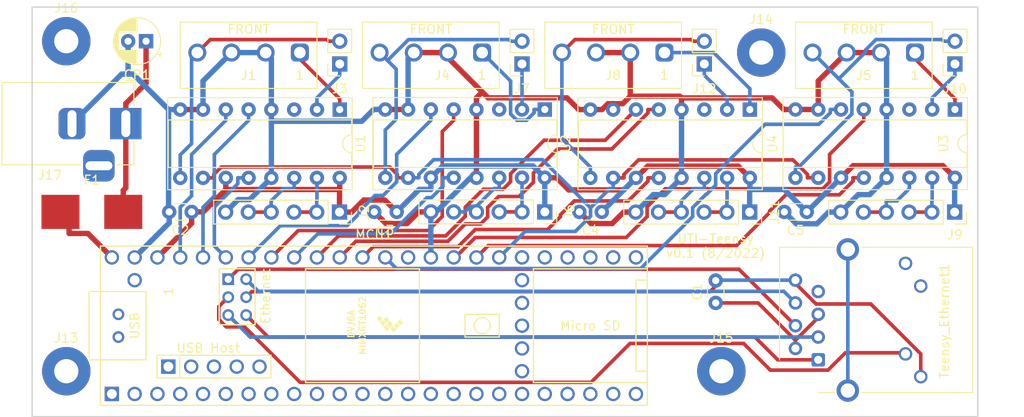
<source format=kicad_pcb>
(kicad_pcb (version 20211014) (generator pcbnew)

  (general
    (thickness 1.6)
  )

  (paper "A4")
  (title_block
    (date "mar. 31 mars 2015")
  )

  (layers
    (0 "F.Cu" signal)
    (31 "B.Cu" signal)
    (32 "B.Adhes" user "B.Adhesive")
    (33 "F.Adhes" user "F.Adhesive")
    (34 "B.Paste" user)
    (35 "F.Paste" user)
    (36 "B.SilkS" user "B.Silkscreen")
    (37 "F.SilkS" user "F.Silkscreen")
    (38 "B.Mask" user)
    (39 "F.Mask" user)
    (40 "Dwgs.User" user "User.Drawings")
    (41 "Cmts.User" user "User.Comments")
    (42 "Eco1.User" user "User.Eco1")
    (43 "Eco2.User" user "User.Eco2")
    (44 "Edge.Cuts" user)
    (45 "Margin" user)
    (46 "B.CrtYd" user "B.Courtyard")
    (47 "F.CrtYd" user "F.Courtyard")
    (48 "B.Fab" user)
    (49 "F.Fab" user)
  )

  (setup
    (stackup
      (layer "F.SilkS" (type "Top Silk Screen"))
      (layer "F.Paste" (type "Top Solder Paste"))
      (layer "F.Mask" (type "Top Solder Mask") (color "Green") (thickness 0.01))
      (layer "F.Cu" (type "copper") (thickness 0.035))
      (layer "dielectric 1" (type "core") (thickness 1.51) (material "FR4") (epsilon_r 4.5) (loss_tangent 0.02))
      (layer "B.Cu" (type "copper") (thickness 0.035))
      (layer "B.Mask" (type "Bottom Solder Mask") (color "Green") (thickness 0.01))
      (layer "B.Paste" (type "Bottom Solder Paste"))
      (layer "B.SilkS" (type "Bottom Silk Screen"))
      (copper_finish "None")
      (dielectric_constraints no)
    )
    (pad_to_mask_clearance 0)
    (aux_axis_origin 103.378 121.666)
    (pcbplotparams
      (layerselection 0x00010f0_ffffffff)
      (disableapertmacros false)
      (usegerberextensions true)
      (usegerberattributes true)
      (usegerberadvancedattributes true)
      (creategerberjobfile true)
      (svguseinch false)
      (svgprecision 6)
      (excludeedgelayer true)
      (plotframeref false)
      (viasonmask false)
      (mode 1)
      (useauxorigin false)
      (hpglpennumber 1)
      (hpglpenspeed 20)
      (hpglpendiameter 15.000000)
      (dxfpolygonmode true)
      (dxfimperialunits true)
      (dxfusepcbnewfont true)
      (psnegative false)
      (psa4output false)
      (plotreference true)
      (plotvalue true)
      (plotinvisibletext false)
      (sketchpadsonfab false)
      (subtractmaskfromsilk false)
      (outputformat 1)
      (mirror false)
      (drillshape 0)
      (scaleselection 1)
      (outputdirectory "GRB/")
    )
  )

  (net 0 "")
  (net 1 "GND")
  (net 2 "Net-(C1-Pad2)")
  (net 3 "unconnected-(Teensy_Ethernet1-Pad7)")
  (net 4 "unconnected-(Teensy_Ethernet1-Pad12)")
  (net 5 "unconnected-(Teensy_Ethernet1-Pad11)")
  (net 6 "unconnected-(MCU1-Pad9)")
  (net 7 "unconnected-(MCU1-Pad8)")
  (net 8 "unconnected-(MCU1-Pad7)")
  (net 9 "unconnected-(MCU1-Pad67)")
  (net 10 "unconnected-(MCU1-Pad66)")
  (net 11 "unconnected-(MCU1-Pad6)")
  (net 12 "unconnected-(MCU1-Pad59)")
  (net 13 "unconnected-(MCU1-Pad58)")
  (net 14 "unconnected-(MCU1-Pad57)")
  (net 15 "unconnected-(MCU1-Pad56)")
  (net 16 "unconnected-(MCU1-Pad55)")
  (net 17 "unconnected-(MCU1-Pad54)")
  (net 18 "unconnected-(MCU1-Pad53)")
  (net 19 "unconnected-(MCU1-Pad52)")
  (net 20 "unconnected-(MCU1-Pad51)")
  (net 21 "unconnected-(MCU1-Pad50)")
  (net 22 "unconnected-(MCU1-Pad5)")
  (net 23 "unconnected-(MCU1-Pad49)")
  (net 24 "Net-(J4-Pad1)")
  (net 25 "Net-(J4-Pad4)")
  (net 26 "unconnected-(MCU1-Pad4)")
  (net 27 "Net-(J5-Pad1)")
  (net 28 "Net-(J10-Pad2)")
  (net 29 "Net-(J6-Pad2)")
  (net 30 "Net-(J6-Pad4)")
  (net 31 "unconnected-(MCU1-Pad35)")
  (net 32 "Net-(MCU1-Pad31)")
  (net 33 "Net-(J7-Pad1)")
  (net 34 "Net-(J8-Pad1)")
  (net 35 "Net-(MCU1-Pad32)")
  (net 36 "unconnected-(MCU1-Pad30)")
  (net 37 "unconnected-(MCU1-Pad3)")
  (net 38 "unconnected-(MCU1-Pad29)")
  (net 39 "unconnected-(MCU1-Pad28)")
  (net 40 "unconnected-(MCU1-Pad27)")
  (net 41 "unconnected-(MCU1-Pad26)")
  (net 42 "unconnected-(MCU1-Pad25)")
  (net 43 "unconnected-(MCU1-Pad24)")
  (net 44 "unconnected-(MCU1-Pad23)")
  (net 45 "unconnected-(MCU1-Pad22)")
  (net 46 "unconnected-(MCU1-Pad21)")
  (net 47 "unconnected-(MCU1-Pad20)")
  (net 48 "unconnected-(MCU1-Pad2)")
  (net 49 "unconnected-(MCU1-Pad19)")
  (net 50 "unconnected-(MCU1-Pad18)")
  (net 51 "unconnected-(MCU1-Pad17)")
  (net 52 "Net-(J12-Pad2)")
  (net 53 "Net-(J9-Pad2)")
  (net 54 "Net-(J9-Pad4)")
  (net 55 "Net-(J10-Pad1)")
  (net 56 "unconnected-(MCU1-Pad16)")
  (net 57 "Net-(J11-Pad2)")
  (net 58 "unconnected-(MCU1-Pad14)")
  (net 59 "unconnected-(MCU1-Pad13)")
  (net 60 "unconnected-(MCU1-Pad12)")
  (net 61 "unconnected-(MCU1-Pad11)")
  (net 62 "unconnected-(MCU1-Pad10)")
  (net 63 "unconnected-(MCU1-Pad1)")
  (net 64 "Net-(MCU1-Pad65)")
  (net 65 "Net-(MCU1-Pad63)")
  (net 66 "Net-(MCU1-Pad62)")
  (net 67 "Net-(MCU1-Pad61)")
  (net 68 "Net-(MCU1-Pad60)")
  (net 69 "Net-(J11-Pad4)")
  (net 70 "Net-(C1-Pad1)")
  (net 71 "Net-(J12-Pad1)")
  (net 72 "Net-(MCU1-Pad33)")
  (net 73 "Net-(MCU1-Pad36)")
  (net 74 "unconnected-(U1-Pad3)")
  (net 75 "Net-(MCU1-Pad37)")
  (net 76 "Net-(MCU1-Pad38)")
  (net 77 "Net-(MCU1-Pad39)")
  (net 78 "Net-(MCU1-Pad40)")
  (net 79 "Net-(MCU1-Pad41)")
  (net 80 "Net-(MCU1-Pad42)")
  (net 81 "unconnected-(U2-Pad3)")
  (net 82 "unconnected-(U3-Pad3)")
  (net 83 "unconnected-(U4-Pad3)")
  (net 84 "+3.3V")
  (net 85 "unconnected-(MCU1-Pad15)")
  (net 86 "Net-(J1-Pad1)")
  (net 87 "Net-(J1-Pad4)")
  (net 88 "Net-(J2-Pad2)")
  (net 89 "Net-(J2-Pad4)")
  (net 90 "Net-(J3-Pad1)")
  (net 91 "Net-(MCU1-Pad45)")
  (net 92 "Net-(MCU1-Pad44)")
  (net 93 "Net-(MCU1-Pad43)")
  (net 94 "unconnected-(J13-Pad1)")
  (net 95 "unconnected-(J14-Pad1)")
  (net 96 "unconnected-(J15-Pad1)")
  (net 97 "unconnected-(J16-Pad1)")
  (net 98 "unconnected-(Teensy_Ethernet1-Pad13)")
  (net 99 "+5V")
  (net 100 "+Power1")

  (footprint "CapLevelSensorAD:Amphenol Anytech YO 3.81mm 4p" (layer "F.Cu") (at 170.18 77.47 180))

  (footprint "Connector_PinSocket_2.54mm:PinSocket_1x06_P2.54mm_Vertical" (layer "F.Cu") (at 162.56 95.25 -90))

  (footprint "Connector_PinSocket_2.54mm:PinSocket_1x02_P2.54mm_Vertical" (layer "F.Cu") (at 208.28 78.74 180))

  (footprint "CapLevelSensorAD:Amphenol Anytech YO 3.81mm 4p" (layer "F.Cu") (at 149.86 77.47 180))

  (footprint "Capacitor_THT:C_Disc_D3.0mm_W1.6mm_P2.50mm" (layer "F.Cu") (at 123.19 95.25 180))

  (footprint "Package_DIP:DIP-16_W7.62mm_Socket" (layer "F.Cu") (at 208.28 83.82 -90))

  (footprint "Capacitor_THT:C_Disc_D3.0mm_W1.6mm_P2.50mm" (layer "F.Cu") (at 181.61 105.41 90))

  (footprint "CapLevelSensorAD:Amphenol Anytech YO 3.81mm 4p" (layer "F.Cu") (at 198.12 77.47 180))

  (footprint "MountingHole:MountingHole_2.7mm_M2.5_Pad" (layer "F.Cu") (at 182.245 113.03))

  (footprint "MountingHole:MountingHole_2.7mm_M2.5_Pad" (layer "F.Cu") (at 109.22 76.2))

  (footprint "Package_DIP:DIP-16_W7.62mm_Socket" (layer "F.Cu") (at 162.56 83.82 -90))

  (footprint "Capacitor_THT:C_Disc_D3.0mm_W1.6mm_P2.50mm" (layer "F.Cu") (at 168.91 95.25 180))

  (footprint "MountingHole:MountingHole_2.7mm_M2.5_Pad" (layer "F.Cu") (at 109.22 113.03))

  (footprint "UTI-Teensy:Teensy41" (layer "F.Cu") (at 143.51 107.95))

  (footprint "Connector_PinSocket_2.54mm:PinSocket_1x06_P2.54mm_Vertical" (layer "F.Cu") (at 208.245 95.275 -90))

  (footprint "Connector_BarrelJack:BarrelJack_Horizontal" (layer "F.Cu") (at 115.855 85.4025))

  (footprint "Capacitor_THT:C_Disc_D3.0mm_W1.6mm_P2.50mm" (layer "F.Cu") (at 191.76 95.25 180))

  (footprint "CapLevelSensorAD:Amphenol Anytech YO 3.81mm 4p" (layer "F.Cu") (at 129.54 77.47 180))

  (footprint "Connector_PinSocket_2.54mm:PinSocket_1x02_P2.54mm_Vertical" (layer "F.Cu") (at 160.02 78.74 180))

  (footprint "Connector_PinSocket_2.54mm:PinSocket_1x06_P2.54mm_Vertical" (layer "F.Cu") (at 185.395 95.275 -90))

  (footprint "Connector_PinSocket_2.54mm:PinSocket_1x02_P2.54mm_Vertical" (layer "F.Cu") (at 139.7 78.74 180))

  (footprint "Connector_RJ:RJ45_Cetus_J1B1211CCD_Horizontal" (layer "F.Cu") (at 193.04 111.76 90))

  (footprint "Package_DIP:DIP-16_W7.62mm_Socket" (layer "F.Cu") (at 139.7 83.83 -90))

  (footprint "Package_DIP:DIP-16_W7.62mm_Socket" (layer "F.Cu") (at 185.42 83.83 -90))

  (footprint "Capacitor_THT:CP_Radial_D5.0mm_P2.00mm" (layer "F.Cu") (at 118.11 76.2 180))

  (footprint "UTI-Teensy:smd_fuse" (layer "F.Cu") (at 112.07 95.25))

  (footprint "Connector_PinSocket_2.54mm:PinSocket_1x06_P2.54mm_Vertical" (layer "F.Cu") (at 139.675 95.275 -90))

  (footprint "MountingHole:MountingHole_2.7mm_M2.5_Pad" (layer "F.Cu") (at 186.69 77.47))

  (footprint "Connector_PinSocket_2.54mm:PinSocket_1x02_P2.54mm_Vertical" (layer "F.Cu") (at 180.34 78.74 180))

  (footprint "Capacitor_THT:C_Disc_D3.0mm_W1.6mm_P2.50mm" (layer "F.Cu") (at 146.05 95.25 180))

  (gr_line (start 105.41 118.11) (end 210.82 118.11) (layer "Edge.Cuts") (width 0.15) (tstamp 00237591-d48e-4fa8-807c-5e52eb73f904))
  (gr_line (start 210.82 72.39) (end 105.41 72.39) (layer "Edge.Cuts") (width 0.15) (tstamp 5836a954-5a25-417a-8573-b48e8191553c))
  (gr_line (start 210.82 118.11) (end 210.82 72.39) (layer "Edge.Cuts") (width 0.15) (tstamp 81d4fa5e-af2d-4367-97a2-0d3b4310e6fc))
  (gr_line (start 105.41 72.39) (end 105.41 118.11) (layer "Edge.Cuts") (width 0.15) (tstamp c5d7a093-d4ee-491b-8c23-722081772d67))
  (gr_text "UTI-Teensy\nv0.1 (8/2022)" (at 181.61 99.06) (layer "F.SilkS") (tstamp 970515a9-287d-4a69-9bb9-3bd08ecfc974)
    (effects (font (size 1 1) (thickness 0.15)))
  )
  (gr_text "1" (at 120.5992 104.14 90) (layer "F.SilkS") (tstamp c1d25518-1d7f-46fc-b738-1bf19047df26)
    (effects (font (size 1 1) (thickness 0.15)))
  )

  (segment (start 151.765 77.47) (end 151.765 78.0442) (width 0.6) (layer "F.Cu") (net 1) (tstamp 02368ee1-9490-4906-a78d-d016a143d62d))
  (segment (start 121.92 83.83) (end 124.46 83.83) (width 0.6) (layer "F.Cu") (net 1) (tstamp 04c5e466-a88d-4c62-a8ee-65eb4ee8ae8b))
  (segment (start 168.94 83.83) (end 169.59 83.1798) (width 0.6) (layer "F.Cu") (net 1) (tstamp 0b7ee890-cf6a-4069-9542-ceb81d4c2342))
  (segment (start 144.78 83.82) (end 147.32 83.82) (width 0.6) (layer "F.Cu") (net 1) (tstamp 112a0883-9123-4274-a6c1-5e981bb17bd9))
  (segment (start 177.8 83.83) (end 177.8 82.5297) (width 0.6) (layer "F.Cu") (net 1) (tstamp 13bab96d-2592-4698-8288-85b24dfe8bdb))
  (segment (start 167.64 83.83) (end 168.94 83.83) (width 0.6) (layer "F.Cu") (net 1) (tstamp 1a1af873-b23c-486e-9fcd-7373c8a42e96))
  (segment (start 171.345 95.275) (end 170.064 96.5553) (width 0.6) (layer "F.Cu") (net 1) (tstamp 1b16263f-d488-4b5b-8d12-99fa11a5642c))
  (segment (start 187.909 82.5297) (end 189.2 83.82) (width 0.6) (layer "F.Cu") (net 1) (tstamp 2d23069b-354b-4384-bcf8-714bea8e07dd))
  (segment (start 172.085 82.3397) (end 171.245 83.1798) (width 0.6) (layer "F.Cu") (net 1) (tstamp 2dd34087-ae01-41d5-b5e5-a0991243a84d))
  (segment (start 190.5 83.82) (end 193.04 83.82) (width 0.6) (layer "F.Cu") (net 1) (tstamp 2f5f2540-ed94-4cba-a117-fe571e33bbcd))
  (segment (start 168.275 77.47) (end 172.085 77.47) (width 0.6) (layer "F.Cu") (net 1) (tstamp 3321f1e9-e02a-4d8f-b372-eb72476095e2))
  (segment (start 177.8 82.5297) (end 187.909 82.5297) (width 0.6) (layer "F.Cu") (net 1) (tstamp 394aae08-357b-4653-93bc-0204df1ef534))
  (segment (start 193.04 80.645) (end 196.215 77.47) (width 0.6) (layer "F.Cu") (net 1) (tstamp 3f59f870-ba81-4f1a-9fdb-33486e595e12))
  (segment (start 147.207 96.553) (end 144.853 96.553) (width 0.6) (layer "F.Cu") (net 1) (tstamp 3ff5833d-ffdb-4bab-b88d-c5739f22baad))
  (segment (start 154.94 83.82) (end 154.94 82.5197) (width 0.6) (layer "F.Cu") (net 1) (tstamp 40efd802-0aac-4b16-a99a-3a7b130e4cce))
  (segment (start 167.715 96.5553) (end 166.41 95.25) (width 0.6) (layer "F.Cu") (net 1) (tstamp 4878c1eb-a231-4a5d-bac0-7f329ecfd946))
  (segment (start 148.51 95.25) (end 147.207 96.553) (width 0.6) (layer "F.Cu") (net 1) (tstamp 4e3a12ca-0c47-4aa6-95d7-5a6cfee6ac77))
  (segment (start 170.18 83.83) (end 170.18 83.1798) (width 0.6) (layer "F.Cu") (net 1) (tstamp 4f5dd463-0ab4-4783-a275-7f3d3094e3ec))
  (segment (start 171.245 83.1798) (end 170.18 83.1798) (width 0.6) (layer "F.Cu") (net 1) (tstamp 5d9abc36-0903-426e-8336-22955eb2fd71))
  (segment (start 149.86 95.25) (end 148.51 95.25) (width 0.6) (layer "F.Cu") (net 1) (tstamp 65efa2cf-a10c-469b-820f-9f2b1fd3a587))
  (segment (start 196.215 77.47) (end 200.025 77.47) (width 0.6) (layer "F.Cu") (net 1) (tstamp 6aa363e8-566d-4303-8321-c957d73a8ba2))
  (segment (start 151.765 78.0442) (end 155.59 81.8694) (width 0.6) (layer "F.Cu") (net 1) (tstamp 741ef8cd-e33a-452a-a91e-99a0bfc721ff))
  (segment (start 172.695 95.275) (end 171.345 95.275) (width 0.6) (layer "F.Cu") (net 1) (tstamp 7815ea2b-25ee-4e4e-8086-36958643441a))
  (segment (start 166.34 83.83) (end 167.64 83.83) (width 0.6) (layer "F.Cu") (net 1) (tstamp 7c1d3e6a-857b-4763-8c74-c90ded7dd373))
  (segment (start 177.61 82.3397) (end 177.8 82.5297) (width 0.6) (layer "F.Cu") (net 1) (tstamp 84f8e867-b152-4147-b406-8c8a73c185bf))
  (segment (start 155.59 81.8694) (end 156.24 82.5196) (width 0.6) (layer "F.Cu") (net 1) (tstamp 86806996-0e61-4399-87b6-c2f7eee9ff91))
  (segment (start 144.853 96.553) (end 143.55 95.25) (width 0.6) (layer "F.Cu") (net 1) (tstamp 9a598a95-5d84-4888-9b9f-643b4984073d))
  (segment (start 147.955 77.47) (end 151.765 77.47) (width 0.6) (layer "F.Cu") (net 1) (tstamp a1c13b2a-8703-4446-9f8a-15fefb78d296))
  (segment (start 189.2 83.82) (end 190.5 83.82) (width 0.6) (layer "F.Cu") (net 1) (tstamp a5036ed5-30da-4106-a5ca-a0a84504b253))
  (segment (start 165.029 82.5196) (end 166.34 83.83) (width 0.6) (layer "F.Cu") (net 1) (tstamp af7336ff-24a0-41ee-aa23-420b911bcc3d))
  (segment (start 154.94 83.82) (end 154.94 91.44) (width 0.6) (layer "F.Cu") (net 1) (tstamp b11f8e28-36af-4cf1-8660-1dc3ee22b056))
  (segment (start 172.085 82.3397) (end 177.61 82.3397) (width 0.6) (layer "F.Cu") (net 1) (tstamp b566a6f1-baba-457d-acee-1068e2b9e80a))
  (segment (start 156.24 82.5196) (end 165.029 82.5196) (width 0.6) (layer "F.Cu") (net 1) (tstamp b678375f-5b2d-43a3-964d-cc7006d421fa))
  (segment (start 193.04 83.82) (end 193.04 80.645) (width 0.6) (layer "F.Cu") (net 1) (tstamp b6f5f6e9-948b-4609-9643-14d08d98480f))
  (segment (start 169.59 83.1798) (end 170.18 83.1798) (width 0.6) (layer "F.Cu") (net 1) (tstamp cdaaa4a0-2bfe-4cbe-98db-d0a2008c1815))
  (segment (start 154.94 82.5197) (end 155.59 81.8694) (width 0.6) (layer "F.Cu") (net 1) (tstamp e0fcc34b-902d-42cc-8842-787b06f13cff))
  (segment (start 170.064 96.5553) (end 167.715 96.5553) (width 0.6) (layer "F.Cu") (net 1) (tstamp e1126365-37ab-4e12-959d-d8a44711245d))
  (segment (start 172.085 77.47) (end 172.085 82.3397) (width 0.6) (layer "F.Cu") (net 1) (tstamp f07265f1-5829-4aec-9d99-bf05e8664416))
  (segment (start 115.3876 79.8699) (end 109.855 85.4025) (width 0.6) (layer "B.Cu") (net 1) (tstamp 00d37c78-988f-466e-bc41-0c97141af16d))
  (segment (start 190.585 96.5754) (end 189.26 95.25) (width 0.6) (layer "B.Cu") (net 1) (tstamp 02274f94-137a-4770-b16f-379f9475b248))
  (segment (start 116.11 79.8699) (end 115.3876 79.8699) (width 0.6) (layer "B.Cu") (net 1) (tstamp 220580a2-c64e-45f6-b625-44f86ff1d93a))
  (segment (start 120.69 96.48) (end 120.69 95.25) (width 0.6) (layer "B.Cu") (net 1) (tstamp 22e9e782-780c-4887-8907-2cab96b2d71e))
  (segment (start 116.6599 79.8699) (end 116.11 79.8699) (width 0.6) (layer "B.Cu") (net 1) (tstamp 238539f4-d0ad-4f22-af59-e67486887b51))
  (segment (start 142.16 85.1397) (end 132.08 85.1397) (width 0.6) (layer "B.Cu") (net 1) (tstamp 26b1fe4a-02ee-4d60-babc-2688dfc571f0))
  (segment (start 129.649 93.8809) (end 132.08 91.45) (width 0.6) (layer "B.Cu") (net 1) (tstamp 2a9d1e90-eea7-4bea-80ba-248d8a40c1c0))
  (segment (start 120.62 83.83) (end 116.6599 79.8699) (width 0.6) (layer "B.Cu") (net 1) (tstamp 2beb77f4-d1db-4e38-9dc6-a66a5569d75c))
  (segment (start 144.78 83.82) (end 143.48 83.82) (width 0.6) (layer "B.Cu") (net 1) (tstamp 2bfbd8f3-88c5-4541-bb8f-64fcce7c99bd))
  (segment (start 124.46 80.645) (end 127.635 77.47) (width 0.6) (layer "B.Cu") (net 1) (tstamp 33dfd91b-e2cd-4e7e-b4fb-ae9a3e3c9274))
  (segment (start 132.08 91.45) (end 132.08 85.1397) (width 0.6) (layer "B.Cu") (net 1) (tstamp 3f75af03-6222-48cb-895f-3e03e1323010))
  (segment (start 127.635 77.47) (end 131.445 77.47) (width 0.6) (layer "B.Cu") (net 1) (tstamp 46856fb1-0364-4e23-a01b-7d9f2e7af93b))
  (segment (start 116.11 79.8699) (end 116.11 76.2) (width 0.6) (layer "B.Cu") (net 1) (tstamp 50da6380-9d6e-4d51-9b39-88618e0d3536))
  (segment (start 197.496 93.3243) (end 195.545 95.275) (width 0.6) (layer "B.Cu") (net 1) (tstamp 56c4c8a7-207b-42cb-b754-f8af37d0256d))
  (segment (start 128.369 93.8809) (end 129.649 93.8809) (width 0.6) (layer "B.Cu") (net 1) (tstamp 5acec09e-184a-4f81-851a-54b7a46194b3))
  (segment (start 154.268 91.44) (end 154.94 91.44) (width 0.6) (layer "B.Cu") (net 1) (tstamp 5bc66e13-39c8-48e6-8be4-559b2b61fd33))
  (segment (start 175.935 93.3146) (end 174.655 93.3146) (width 0.6) (layer "B.Cu") (net 1) (tstamp 66434ca6-b2c1-45af-b1ac-bd2167e929a4))
  (segment (start 126.975 95.275) (end 128.369 93.8809) (width 0.6) (layer "B.Cu") (net 1) (tstamp 6a6672d5-a67b-4436-9c53-ae8493131d64))
  (segment (start 149.86 100.33) (end 149.86 95.25) (width 0.6) (layer "B.Cu") (net 1) (tstamp 7583ebfd-d537-4d46-adba-1657ac64a982))
  (segment (start 177.8 83.83) (end 177.8 91.45) (width 0.6) (layer "B.Cu") (net 1) (tstamp 7a383b0e-a22c-47c2-b67e-d085dbeed946))
  (segment (start 132.08 78.105) (end 132.08 83.83) (width 0.6) (layer "B.Cu") (net 1) (tstamp 8ecd745e-451f-4905-8bfa-78c936b2c24f))
  (segment (start 200.66 91.44) (end 200.66 83.82) (width 0.6) (layer "B.Cu") (net 1) (tstamp 8edc1458-a14c-4101-9cc3-da83b610c8be))
  (segment (start 200.66 78.105) (end 200.025 77.47) (width 0.6) (layer "B.Cu") (net 1) (tstamp 9fc731c5-78d8-4426-a71c-bca3350a5acd))
  (segment (start 120.62 95.1797) (end 120.62 83.83) (width 0.6) (layer "B.Cu") (net 1) (tstamp a0b4f94d-7841-41f0-9d66-ef3ec095b61d))
  (segment (start 120.69 95.25) (end 120.62 95.1797) (width 0.6) (layer "B.Cu") (net 1) (tstamp a0d97a72-107c-47e8-94b4-c0437bbd19f8))
  (segment (start 143.48 83.82) (end 142.16 85.1397) (width 0.6) (layer "B.Cu") (net 1) (tstamp a1cf0076-2e4d-477d-ba6b-a4975896f295))
  (segment (start 194.195 95.275) (end 192.894 96.5754) (width 0.6) (layer "B.Cu") (net 1) (tstamp a851ebb5-5c85-4144-9354-6fa998be1252))
  (segment (start 149.86 95.25) (end 150.458 95.25) (width 0.6) (layer "B.Cu") (net 1) (tstamp ac08605f-5a51-4c57-88be-90d5dcb18e47))
  (segment (start 120.62 83.83) (end 121.92 83.83) (width 0.6) (layer "B.Cu") (net 1) (tstamp b017c519-8d64-4002-8830-15148ca80255))
  (segment (start 198.776 93.3243) (end 197.496 93.3243) (width 0.6) (layer "B.Cu") (net 1) (tstamp b4592a01-d9ad-45a8-995d-299070c5b0c0))
  (segment (start 124.46 83.83) (end 124.46 80.645) (width 0.6) (layer "B.Cu") (net 1) (tstamp b903578d-670a-4343-a37d-6dd6957c12b0))
  (segment (start 131.445 77.47) (end 132.08 78.105) (width 0.6) (layer "B.Cu") (net 1) (tstamp bdccf4ed-85c2-419b-8961-d5f818da50ce))
  (segment (start 195.545 95.275) (end 194.195 95.275) (width 0.6) (layer "B.Cu") (net 1) (tstamp c7fd2995-6294-4b2c-af7d-e53fc0d0bc31))
  (segment (start 177.8 91.45) (end 175.935 93.3146) (width 0.6) (layer "B.Cu") (net 1) (tstamp cc3c2423-c32c-4d4c-841a-9460db203d52))
  (segment (start 150.458 95.25) (end 154.268 91.44) (width 0.6) (layer "B.Cu") (net 1) (tstamp cf4f0760-4d9e-4042-8c17-10fc8acf41ed))
  (segment (start 116.84 100.33) (end 120.69 96.48) (width 0.6) (layer "B.Cu") (net 1) (tstamp d355692f-e2c4-4eef-a89d-57687e5db41c))
  (segment (start 174.655 93.3146) (end 172.695 95.275) (width 0.6) (layer "B.Cu") (net 1) (tstamp d65c1865-b899-4e08-b48d-c6c91edcc7da))
  (segment (start 200.66 83.82) (end 200.66 78.105) (width 0.6) (layer "B.Cu") (net 1) (tstamp daeb4007-6c82-43cc-bd91-56a3b97588d5))
  (segment (start 147.32 83.82) (end 147.32 78.105) (width 0.6) (layer "B.Cu") (net 1) (tstamp db6e690b-1336-427d-9c99-787f02248e10))
  (segment (start 132.08 83.83) (end 132.08 85.1397) (width 0.6) (layer "B.Cu") (net 1) (tstamp dc57a81f-9ce0-408d-a3fd-9a8cc8008768))
  (segment (start 192.894 96.5754) (end 190.585 96.5754) (width 0.6) (layer "B.Cu") (net 1) (tstamp e99d617b-79ea-4de3-a98c-230bdc077481))
  (segment (start 147.32 78.105) (end 147.955 77.47) (width 0.6) (layer "B.Cu") (net 1) (tstamp ec44c96d-4013-436b-9471-ed70c8b6e43f))
  (segment (start 200.66 91.44) (end 198.776 93.3243) (width 0.6) (layer "B.Cu") (net 1) (tstamp fe709c92-9917-4aed-8db9-1ff2915983ba))
  (segment (start 190.5 103.229) (end 190.5 102.87) (width 0.4) (layer "F.Cu") (net 2) (tstamp 06d4d93b-2b30-4673-b9a8-8ee9fba58309))
  (segment (start 129.27 104.7684) (end 129.27 104.768) (width 0.4) (layer "F.Cu") (net 2) (tstamp 28a47571-2c16-4c1f-9223-bc79729fac9d))
  (segment (start 204.47 111.101) (end 198.898 105.53) (width 0.4) (layer "F.Cu") (net 2) (tstamp 2c43a998-1973-493e-9d48-822ae20e1c6b))
  (segment (start 180.984 104.151) (end 181.61 103.525) (width 0.4) (layer "F.Cu") (net 2) (tstamp 6b376156-df3e-452e-aa41-04937e14e35b))
  (segment (start 129.887 104.151) (end 180.984 104.151) (width 0.4) (layer "F.Cu") (net 2) (tstamp 99c4dee9-118a-469a-b946-0e25e65eb9b8))
  (segment (start 129.27 104.768) (end 129.887 104.151) (width 0.4) (layer "F.Cu") (net 2) (tstamp a41486f0-4a82-424d-8675-d2f4771ae163))
  (segment (start 198.898 105.53) (end 192.801 105.53) (width 0.4) (layer "F.Cu") (net 2) (tstamp b9ffc908-4165-4f7d-829f-3d735f111d0a))
  (segment (start 204.47 113.64) (end 204.47 111.101) (width 0.4) (layer "F.Cu") (net 2) (tstamp c242f2b6-5192-438b-85a5-217dee521c69))
  (segment (start 181.61 103.525) (end 181.61 102.91) (width 0.4) (layer "F.Cu") (net 2) (tstamp c9549db1-2d29-437e-8818-61159d84cdcf))
  (segment (start 192.801 105.53) (end 190.5 103.229) (width 0.4) (layer "F.Cu") (net 2) (tstamp fa05c721-b262-4cac-8101-f35e769acc37))
  (segment (start 190.5 102.87) (end 181.65 102.87) (width 0.4) (layer "B.Cu") (net 2) (tstamp 5fda89f4-6414-49de-8c9a-3a3f0a8c426b))
  (segment (start 181.65 102.87) (end 181.61 102.91) (width 0.4) (layer "B.Cu") (net 2) (tstamp c7e2c5c8-5937-4e29-838f-39e3f3ae7043))
  (segment (start 162.56 83.82) (end 161.36 83.82) (width 0.4) (layer "B.Cu") (net 24) (tstamp 19f3c839-38b2-4d71-a3e2-3e0e26b9cf09))
  (segment (start 158.75 84.3238) (end 158.75 80.645) (width 0.4) (layer "B.Cu") (net 24) (tstamp 435bf912-fdd4-4f06-88bf-892404f5f453))
  (segment (start 159.45 85.0237) (end 158.75 84.3238) (width 0.4) (layer "B.Cu") (net 24) (tstamp 4bbcc810-719c-489f-9377-510b03ce4b6a))
  (segment (start 161.36 83.82) (end 161.36 84.1951) (width 0.4) (layer "B.Cu") (net 24) (tstamp 576190a9-a874-4eb9-80e9-f3606de86953))
  (segment (start 158.75 80.645) (end 155.575 77.47) (width 0.4) (layer "B.Cu") (net 24) (tstamp 66d5463b-8c06-4ea7-b6e3-0dbd6f4f347c))
  (segment (start 160.531 85.0237) (end 159.45 85.0237) (width 0.4) (layer "B.Cu") (net 24) (tstamp d41e3f9f-e172-4edd-a742-a1814ef3379c))
  (segment (start 161.36 84.1951) (end 160.531 85.0237) (width 0.4) (layer "B.Cu") (net 24) (tstamp ec4760f4-66d7-4d69-8154-a5362ad784df))
  (segment (start 145.992 79.3166) (end 145.029 78.3543) (width 0.4) (layer "B.Cu") (net 25) (tstamp 0cf0b27a-a1f9-41c1-9920-ee3025707a7f))
  (segment (start 145.992 84.8992) (end 145.992 79.3166) (width 0.4) (layer "B.Cu") (net 25) (tstamp 38e876fa-6f8c-40e5-a9f7-64bfb3f0b584))
  (segment (start 144.78 86.1108) (end 145.992 84.8992) (width 0.4) (layer "B.Cu") (net 25) (tstamp 6def900b-e5a1-4dcd-8305-529bd140716c))
  (segment (start 144.78 91.44) (end 144.78 86.1108) (width 0.4) (layer "B.Cu") (net 25) (tstamp 80f56172-9b80-4e14-a853-9c78d4910b0d))
  (segment (start 158.589 76.0196) (end 147.364 76.0196) (width 0.4) (layer "B.Cu") (net 25) (tstamp c371fcbe-30d3-4bd9-8721-8b7037ab6310))
  (segment (start 158.77 76.2) (end 158.589 76.0196) (width 0.4) (layer "B.Cu") (net 25) (tstamp d6648372-aad2-4b5c-b23b-f72325bfd683))
  (segment (start 145.029 78.3543) (end 144.145 77.47) (width 0.4) (layer "B.Cu") (net 25) (tstamp dff790b5-4c8b-4ee0-adc8-922e9572da0f))
  (segment (start 147.364 76.0196) (end 145.029 78.3543) (width 0.4) (layer "B.Cu") (net 25) (tstamp f3448861-dae5-4b4d-9fe3-b83573219b99))
  (segment (start 160.02 76.2) (end 158.77 76.2) (width 0.4) (layer "B.Cu") (net 25) (tstamp f788cff3-543a-45bc-a503-60af9a4bf85c))
  (segment (start 208.28 83.82) (end 208.28 82.6197) (width 0.4) (layer "F.Cu") (net 27) (tstamp 94c281e0-06c5-42a3-9ad0-353f412128ec))
  (segment (start 208.28 82.6197) (end 203.835 78.1747) (width 0.4) (layer "F.Cu") (net 27) (tstamp 952ffdc6-72d8-4c70-a110-320c862c736a))
  (segment (start 203.835 78.1747) (end 203.835 77.47) (width 0.4) (layer "F.Cu") (net 27) (tstamp cde02f37-2d17-4aa0-9e62-c720c077a674))
  (segment (start 199.48 76.0146) (end 198.332 77.1623) (width 0.4) (layer "B.Cu") (net 28) (tstamp 21e1bb64-2be5-466e-902e-90fee3856038))
  (segment (start 196.795 84.32) (end 196.795 81.8598) (width 0.4) (layer "B.Cu") (net 28) (tstamp 29983327-75b9-4cae-b186-18709d868165))
  (segment (start 198.332 77.3995) (end 195.334 80.3984) (width 0.4) (layer "B.Cu") (net 28) (tstamp 6afa87a3-b7ce-4552-99eb-8542c0e48fb5))
  (segment (start 190.875 90.2397) (end 196.795 84.32) (width 0.4) (layer "B.Cu") (net 28) (tstamp 7d5695ae-8e6e-45f2-8e20-6eb82008698e))
  (segment (start 206.844 76.0146) (end 199.48 76.0146) (width 0.4) (layer "B.Cu") (net 28) (tstamp 96320b08-2d70-418c-9c83-89416408a402))
  (segment (start 195.334 80.3984) (end 192.405 77.47) (width 0.4) (layer "B.Cu") (net 28) (tstamp 9dd881b1-3a82-449f-80cc-d2cc5405fdba))
  (segment (start 198.332 77.1623) (end 198.332 77.3995) (width 0.4) (layer "B.Cu") (net 28) (tstamp a62e28ab-089e-4e04-9f52-77cdb1f2e099))
  (segment (start 196.795 81.8598) (end 195.334 80.3984) (width 0.4) (layer "B.Cu") (net 28) (tstamp b0be53eb-6db7-40ce-b13d-d49cae12515f))
  (segment (start 207.03 76.2) (end 206.844 76.0146) (width 0.4) (layer "B.Cu") (net 28) (tstamp b6eef49e-f07d-4672-b8cb-c09f1f3b375c))
  (segment (start 190.5 90.2397) (end 190.875 90.2397) (width 0.4) (layer "B.Cu") (net 28) (tstamp b95aecbe-5c69-4fcc-924e-b83ae61b21c7))
  (segment (start 190.5 91.44) (end 190.5 90.2397) (width 0.4) (layer "B.Cu") (net 28) (tstamp bb90d313-8e95-4c06-8759-3f7e233c6d2b))
  (segment (start 208.28 76.2) (end 207.03 76.2) (width 0.4) (layer "B.Cu") (net 28) (tstamp f0f88b0c-b196-4572-8baf-261fe3d8f00a))
  (segment (start 157.48 95.25) (end 160.02 95.25) (width 0.4) (layer "F.Cu") (net 29) (tstamp 04a4650a-bc82-45c9-a58c-03eeb72c42fb))
  (segment (start 160.02 91.44) (end 160.02 95.25) (width 0.4) (layer "B.Cu") (net 29) (tstamp d52c8976-424b-4496-aaf7-6447962114f6))
  (segment (start 154.276 94.6248) (end 154.94 94.6248) (width 0.4) (layer "B.Cu") (net 30) (tstamp 017b6575-dc00-4f7d-8bd5-b02873f4ba2d))
  (segment (start 156.924 92.6403) (end 157.48 92.6403) (width 0.4) (layer "B.Cu") (net 30) (tstamp 5da0b817-40ba-44f4-9fb0-cfa9b935ee3e))
  (segment (start 153.65 95.25) (end 154.276 94.6248) (width 0.4) (layer "B.Cu") (net 30) (tstamp 6ec27ff7-da3f-4fd0-a2e3-d2f5e449df53))
  (segment (start 157.48 92.6403) (end 157.48 91.44) (width 0.4) (layer "B.Cu") (net 30) (tstamp 82773043-dd73-497c-964a-3980a6060c1c))
  (segment (start 154.94 94.6248) (end 156.924 92.6403) (width 0.4) (layer "B.Cu") (net 30) (tstamp 87ec4b75-631c-484e-9766-f9e9c2cb15a3))
  (segment (start 152.4 95.25) (end 153.65 95.25) (width 0.4) (layer "B.Cu") (net 30) (tstamp 977b86af-eb73-495e-8673-39c12d21cb16))
  (segment (start 154.94 95.25) (end 154.94 94.6248) (width 0.4) (layer "B.Cu") (net 30) (tstamp bfcdbbac-b583-4b6c-a4c6-802cc15911f2))
  (segment (start 173.011 89.4443) (end 171.38 91.0749) (width 0.4) (layer "F.Cu") (net 32) (tstamp 19259fca-f2c9-4283-88e2-6c94aeb98574))
  (segment (start 171.38 91.45) (end 170.18 91.45) (width 0.4) (layer "F.Cu") (net 32) (tstamp 300b8a4d-e74f-4c5f-8757-3dfb85100e2c))
  (segment (start 125.66 91.0749) (end 125.66 91.45) (width 0.4) (layer "F.Cu") (net 32) (tstamp 3e4909f8-ec77-4c54-a7d3-a024771aa795))
  (segment (start 171.38 91.0749) (end 171.38 91.45) (width 0.4) (layer "F.Cu") (net 32) (tstamp 3f957f9e-cd53-4321-80f9-4b7706f03d1d))
  (segment (start 126.496 90.2396) (end 125.66 91.0749) (width 0.4) (layer "F.Cu") (net 32) (tstamp 65795e2f-bdff-4d1c-9936-a3eb909baadd))
  (segment (start 125.66 91.45) (end 124.46 91.45) (width 0.4) (layer "F.Cu") (net 32) (tstamp 7bdacdf6-e993-4053-b0a0-6cfe6bddc10c))
  (segment (start 191.84 91.067) (end 190.217 89.4443) (width 0.4) (layer "F.Cu") (net 32) (tstamp 7be37c6e-12d2-4ce6-aa28-7e1bc51e7ba4))
  (segment (start 146.12 91.44) (end 146.12 91.067) (width 0.4) (layer "F.Cu") (net 32) (tstamp 89d23fee-2407-471b-b398-1af02153f3b3))
  (segment (start 191.84 91.44) (end 191.84 91.067) (width 0.4) (layer "F.Cu") (net 32) (tstamp 9ebc64b1-8960-49df-afa2-6fe4a8c25f22))
  (segment (start 190.217 89.4443) (end 173.011 89.4443) (width 0.4) (layer "F.Cu") (net 32) (tstamp a90302f2-070c-4b31-a2c4-39e7b2f3b574))
  (segment (start 146.12 91.067) (end 145.292 90.2396) (width 0.4) (layer "F.Cu") (net 32) (tstamp b8c8098e-9e30-4da3-bef8-ba14d5f87bdc))
  (segment (start 145.292 90.2396) (end 126.496 90.2396) (width 0.4) (layer "F.Cu") (net 32) (tstamp bdec3ca6-5c27-4852-94e0-47447b076831))
  (segment (start 193.04 91.44) (end 191.84 91.44) (width 0.4) (layer "F.Cu") (net 32) (tstamp e3e810f6-0ea2-4298-aae0-c9c09852b5fd))
  (segment (start 147.32 91.44) (end 146.12 91.44) (width 0.4) (layer "F.Cu") (net 32) (tstamp e48b359b-faba-4cd4-91fc-1d4e7dce8db0))
  (segment (start 167.66 94.7972) (end 169.807 92.6503) (width 0.4) (layer "B.Cu") (net 32) (tstamp 216871bc-b1b7-4198-9b8a-d69e3f8cc397))
  (segment (start 167.66 94.7972) (end 162.287 89.4239) (width 0.4) (layer "B.Cu") (net 32) (tstamp 238ade54-8020-47f7-8eef-d48f6e9525c9))
  (segment (start 148.52 91.0669) (end 148.52 91.44) (width 0.4) (layer "B.Cu") (net 32) (tstamp 33ed5ad6-2fc1-4e84-bca6-f30ff00fb7bf))
  (segment (start 169.807 92.6503) (end 170.18 92.6503) (width 0.4) (layer "B.Cu") (net 32) (tstamp 41d36b2f-2f83-496e-9e35-fa6bce28dd5e))
  (segment (start 162.287 89.4239) (end 150.163 89.4239) (width 0.4) (layer "B.Cu") (net 32) (tstamp 5d43af99-d024-44ed-a2dc-8f3441ce7230))
  (segment (start 160.378 97.432) (end 165.964 97.432) (width 0.4) (layer "B.Cu") (net 32) (tstamp 7565ff0c-48c8-4a61-a2e6-ae93f9a6730b))
  (segment (start 157.48 100.33) (end 160.378 97.432) (width 0.4) (layer "B.Cu") (net 32) (tstamp 7c572ce3-6356-4fce-9b39-c1d5dcc6163c))
  (segment (start 150.163 89.4239) (end 148.52 91.0669) (width 0.4) (layer "B.Cu") (net 32) (tstamp 82b53d90-21ce-4b5b-ac62-12899ab14961))
  (segment (start 148.52 91.44) (end 147.32 91.44) (width 0.4) (layer "B.Cu") (net 32) (tstamp 9398664c-7374-4bce-a7ec-99777e00fbaf))
  (segment (start 167.66 95.7358) (end 167.66 94.7972) (width 0.4) (layer "B.Cu") (net 32) (tstamp 9d4fbabb-2a03-46f1-a80f-ea377ff686ff))
  (segment (start 165.964 97.432) (end 167.66 95.7358) (width 0.4) (layer "B.Cu") (net 32) (tstamp b4cd920d-ee18-4fc8-8432-855bc88d8dbd))
  (segment (start 170.18 92.6503) (end 170.18 91.45) (width 0.4) (layer "B.Cu") (net 32) (tstamp ed288007-7256-4ddc-9c4b-80540cbf3ed6))
  (segment (start 160.02 83.82) (end 160.02 78.74) (width 0.4) (layer "B.Cu") (net 33) (tstamp 90483944-8e49-4ee4-9ffc-88026730514e))
  (segment (start 181.383 77.47) (end 175.895 77.47) (width 0.4) (layer "B.Cu") (net 34) (tstamp 112771b0-4b0a-4431-b843-eac095b7d4d6))
  (segment (start 185.42 81.5067) (end 181.383 77.47) (width 0.4) (layer "B.Cu") (net 34) (tstamp 19a8abc1-fd7e-4e3b-9a1c-a71b49b2922e))
  (segment (start 185.42 83.83) (end 185.42 81.5067) (width 0.4) (layer "B.Cu") (net 34) (tstamp 54c4852d-4517-4db4-bbf9-011c883c31fc))
  (segment (start 195.393 93.3397) (end 196.92 91.813) (width 0.4) (layer "F.Cu") (net 35) (tstamp 010caeb9-d20b-4cba-9682-f829fe6fc539))
  (segment (start 156.265 99.0052) (end 183.936 99.0052) (width 0.4) (layer "F.Cu") (net 35) (tstamp 0a0bc103-dd2f-4869-b5fc-314e49c85dba))
  (segment (start 183.936 99.0052) (end 187.616 95.3253) (width 0.4) (layer "F.Cu") (net 35) (tstamp 69e38653-76fe-41bb-811f-9b270de87299))
  (segment (start 189.439 93.3397) (end 195.393 93.3397) (width 0.4) (layer "F.Cu") (net 35) (tstamp 708a241b-6775-45de-a236-183137f510ad))
  (segment (start 196.92 91.813) (end 196.92 91.44) (width 0.4) (layer "F.Cu") (net 35) (tstamp 7dcd484e-7368-4851-92c1-6f186fc74973))
  (segment (start 154.94 100.33) (end 156.265 99.0052) (width 0.4) (layer "F.Cu") (net 35) (tstamp 824c7829-3ea5-4962-b9dd-78ae44c65df9))
  (segment (start 187.616 95.1627) (end 189.439 93.3397) (width 0.4) (layer "F.Cu") (net 35) (tstamp a76ee0cc-7355-4f6d-8eb5-97392bf14479))
  (segment (start 196.92 91.44) (end 198.12 91.44) (width 0.4) (layer "F.Cu") (net 35) (tstamp c82ddbfe-6054-4532-8f40-f7ae125ad704))
  (segment (start 187.616 95.3253) (end 187.616 95.1627) (width 0.4) (layer "F.Cu") (net 35) (tstamp d73f1f56-c6ac-4216-b529-d1adf1e4d3c8))
  (segment (start 178.909 76.0196) (end 165.915 76.0196) (width 0.4) (layer "F.Cu") (net 52) (tstamp 75757985-10c3-48ee-84d4-dd0a988af527))
  (segment (start 180.34 76.2) (end 179.09 76.2) (width 0.4) (layer "F.Cu") (net 52) (tstamp 782d78bf-bab8-40cb-aa07-10b2188d4f12))
  (segment (start 179.09 76.2) (end 178.909 76.0196) (width 0.4) (layer "F.Cu") (net 52) (tstamp 791d7a26-e902-4f3f-a5a3-d3d6436d4545))
  (segment (start 165.915 76.0196) (end 164.465 77.47) (width 0.4) (layer "F.Cu") (net 52) (tstamp cbd53e37-1864-4c59-9fe4-79194974d630))
  (segment (start 167.64 90.2497) (end 164.465 87.0747) (width 0.4) (layer "B.Cu") (net 52) (tstamp 024ca778-85e4-48f8-ab25-ff1cd76433cf))
  (segment (start 167.64 91.45) (end 167.64 90.2497) (width 0.4) (layer "B.Cu") (net 52) (tstamp 152ba8f3-4718-42d6-9100-ff6381f69690))
  (segment (start 164.465 87.0747) (end 164.465 77.47) (width 0.4) (layer "B.Cu") (net 52) (tstamp 34dfffd0-2b25-4e86-94f3-4ed731489f7b))
  (segment (start 203.165 95.275) (end 205.705 95.275) (width 0.4) (layer "F.Cu") (net 53) (tstamp 85488f83-7d48-4415-8e4f-45ce5bedfac3))
  (segment (start 205.705 95.275) (end 205.705 94.0247) (width 0.4) (layer "B.Cu") (net 53) (tstamp 10b6d2f8-f3c5-4f68-9603-6312c9f35250))
  (segment (start 205.74 93.9897) (end 205.74 91.44) (width 0.4) (layer "B.Cu") (net 53) (tstamp 23be6741-f143-457a-b465-6ae5f9012d4f))
  (segment (start 205.705 94.0247) (end 205.74 93.9897) (width 0.4) (layer "B.Cu") (net 53) (tstamp b788ed11-3181-4b1f-852f-04acac1e0029))
  (segment (start 198.085 95.275) (end 200.625 95.275) (width 0.4) (layer "F.Cu") (net 54) (tstamp 8c57e8ea-9c0a-439a-83ef-66602b210742))
  (segment (start 200.625 95.275) (end 200.625 94.0247) (width 0.4) (layer "B.Cu") (net 54) (tstamp 262b92c2-33a5-4bf0-93d2-29b69c9a5cf4))
  (segment (start 200.625 94.0247) (end 201.816 94.0247) (width 0.4) (layer "B.Cu") (net 54) (tstamp 57928387-14e6-4368-9da9-661309507c2e))
  (segment (start 203.2 92.6403) (end 203.2 91.44) (width 0.4) (layer "B.Cu") (net 54) (tstamp 6e9970d1-e060-46aa-8959-e7949b5780ad))
  (segment (start 201.816 94.0247) (end 203.2 92.6403) (width 0.4) (layer "B.Cu") (net 54) (tstamp a09f8cd2-2749-4374-8fd9-7ff79e4bbca2))
  (segment (start 208.28 78.74) (end 208.28 79.9903) (width 0.4) (layer "B.Cu") (net 55) (tstamp 0fcfbdb2-155e-43ab-89f1-8b30f4419771))
  (segment (start 205.74 82.5303) (end 205.74 83.82) (width 0.4) (layer "B.Cu") (net 55) (tstamp 5c445ccc-b154-4b17-9328-d8393ffb7a2e))
  (segment (start 208.28 79.9903) (end 205.74 82.5303) (width 0.4) (layer "B.Cu") (net 55) (tstamp 62aa252c-cb9a-496a-a400-01bb2f8e659c))
  (segment (start 180.315 95.275) (end 182.855 95.275) (width 0.4) (layer "F.Cu") (net 57) (tstamp ad420c6b-7d38-4e95-9938-7f2f63b0bf2b))
  (segment (start 182.855 95.275) (end 182.855 94.0247) (width 0.4) (layer "B.Cu") (net 57) (tstamp 1e4361b9-8466-489a-b56f-86642c9a8655))
  (segment (start 182.88 93.9997) (end 182.88 91.45) (width 0.4) (layer "B.Cu") (net 57) (tstamp 7e2f7dc3-b9a7-4ff9-95bb-67191061373f))
  (segment (start 182.855 94.0247) (end 182.88 93.9997) (width 0.4) (layer "B.Cu") (net 57) (tstamp e92275c2-d4a0-4cda-978b-c6473005dee5))
  (segment (start 190.5 105.41) (end 189.204 104.114) (width 0.4) (layer "B.Cu") (net 64) (tstamp 0d555c32-dc4c-4138-bd03-1e4ff27b93b6))
  (segment (start 130.616 104.114) (end 129.8951 103.3931) (width 0.4) (layer "B.Cu") (net 64) (tstamp 73b4a80b-3a4b-431c-b6cb-b47932427971))
  (segment (start 189.204 104.114) (end 130.616 104.114) (width 0.4) (layer "B.Cu") (net 64) (tstamp 821ceed9-5e8f-431c-8a2a-ca387effaa8a))
  (segment (start 129.8951 103.3931) (end 129.27 102.768) (width 0.4) (layer "B.Cu") (net 64) (tstamp d6d5588a-35c1-4c94-a3d7-e48e9e65b017))
  (segment (start 129.8951 103.3931) (end 129.8947 103.3931) (width 0.4) (layer "B.Cu") (net 64) (tstamp ff5f1c27-0f1c-4271-af68-2bd864f5bb98))
  (segment (start 129.8947 103.3931) (end 129.27 102.7684) (width 0.4) (layer "B.Cu") (net 64) (tstamp ffd36185-be81-43b1-8a1c-285ddb100f0c))
  (segment (start 129.7774 107.2754) (end 129.777 107.2754) (width 0.4) (layer "F.Cu") (net 65) (tstamp 0b67d62f-8687-4586-9974-3ec584fcc860))
  (segment (start 188.527 111.76) (end 185.987 109.22) (width 0.4) (layer "F.Cu") (net 65) (tstamp 287a205a-9539-48ff-8f93-d8abf99d39c9))
  (segment (start 129.777 107.2754) (end 129.27 106.7684) (width 0.4) (layer "F.Cu") (net 65) (tstamp 7a245fd9-d9f4-4722-8728-96ba1530893b))
  (segment (start 129.7774 107.2754) (end 129.27 106.768) (width 0.4) (layer "F.Cu") (net 65) (tstamp de5a1007-7460-4d28-a54c-08c6792f923d))
  (segment (start 193.04 111.76) (end 188.527 111.76) (width 0.4) (layer "F.Cu") (net 65) (tstamp e7d860cf-8d88-4457-a817-653a6684e338))
  (segment (start 131.722 109.22) (end 129.7774 107.2754) (width 0.4) (layer "F.Cu") (net 65) (tstamp f3672e33-e6b1-4316-81c5-84ccb6ceb6ba))
  (segment (start 185.987 109.22) (end 131.722 109.22) (width 0.4) (layer "F.Cu") (net 65) (tstamp f53f5ad7-8fc3-4920-bf3b-8cd45183c2b6))
  (segment (start 127.8945 107.3929) (end 127.27 106.7684) (width 0.4) (layer "B.Cu") (net 66) (tstamp 20b7cb47-ad9e-493c-9a5e-116fed1de94f))
  (segment (start 127.8949 107.3929) (end 127.27 106.768) (width 0.4) (layer "B.Cu") (net 66) (tstamp 681556a4-8847-4093-be13-3a6804222407))
  (segment (start 193.04 109.22) (end 129.722 109.22) (width 0.4) (layer "B.Cu") (net 66) (tstamp 7dce3737-6917-4d1f-9d9a-14cda7f9b92c))
  (segment (start 127.8949 107.3929) (end 127.8945 107.3929) (width 0.4) (layer "B.Cu") (net 66) (tstamp 8ae729be-6b9b-4ed4-abc1-fee01e4ab211))
  (segment (start 129.722 109.22) (end 127.8949 107.3929) (width 0.4) (layer "B.Cu") (net 66) (tstamp f2bcfbd1-3e8a-47bd-b64c-bcad305dbb67))
  (segment (start 184.717 109.93) (end 172.057 109.93) (width 0.4) (layer "F.Cu") (net 67) (tstamp 3bcb4d4f-6060-46a1-b072-7d03a740599c))
  (segment (start 172.057 109.93) (end 167.713 114.274) (width 0.4) (layer "F.Cu") (net 67) (tstamp 4be5e5fb-c5b7-4b1c-ad80-3dbeb76c8089))
  (segment (start 127.047 108.083) (end 126.218 107.253) (width 0.4) (layer "F.Cu") (net 67) (tstamp 50291b6b-67b5-4226-b8f6-f4dfae15f549))
  (segment (start 194.126 112.911) (end 187.699 112.911) (width 0.4) (layer "F.Cu") (net 67) (tstamp 58a71841-62e1-4113-9c45-94a9036c64d7))
  (segment (start 187.699 112.911) (end 184.717 109.93) (width 0.4) (layer "F.Cu") (net 67) (tstamp 5db271c9-0fec-4a41-8135-0ea22b3efd73))
  (segment (start 126.7444 105.294) (end 127.27 104.7684) (width 0.4) (layer "F.Cu") (net 67) (tstamp 7bfaad70-b0b4-4e07-9f6b-dde478cc0847))
  (segment (start 202.647 110.977) (end 196.061 110.977) (width 0.4) (layer "F.Cu") (net 67) (tstamp 7ee3dd36-57f1-483c-befa-41e725e62dc0))
  (segment (start 167.713 114.274) (end 135.29 114.274) (width 0.4) (layer "F.Cu") (net 67) (tstamp 805c15af-5c47-4fcd-ad79-0387d7d6fa88))
  (segment (start 196.061 110.977) (end 194.126 112.911) (width 0.4) (layer "F.Cu") (net 67) (tstamp 8a8345a4-66af-4f54-b927-412412485800))
  (segment (start 202.77 111.1) (end 202.647 110.977) (width 0.4) (layer "F.Cu") (net 67) (tstamp 9895c533-c3e5-44da-a879-60901a65511c))
  (segment (start 126.744 105.294) (end 127.27 104.768) (width 0.4) (layer "F.Cu") (net 67) (tstamp b1f38988-653f-4da1-9d1e-b99678a0dcb7))
  (segment (start 126.218 107.253) (end 126.218 105.82) (width 0.4) (layer "F.Cu") (net 67) (tstamp ceed8044-dda1-4126-bf88-8916f11067dd))
  (segment (start 126.744 105.294) (end 126.7444 105.294) (width 0.4) (layer "F.Cu") (net 67) (tstamp faa0ddcf-663c-4e76-a7b0-cfccb99679ac))
  (segment (start 135.29 114.274) (end 129.099 108.083) (width 0.4) (layer "F.Cu") (net 67) (tstamp fbd54849-1afa-4033-8cfb-f9e1ef2bd36b))
  (segment (start 126.218 105.82) (end 126.744 105.294) (width 0.4) (layer "F.Cu") (net 67) (tstamp fcc40f3e-e3b9-406d-8cd1-db7bd684e0f1))
  (segment (start 129.099 108.083) (end 127.047 108.083) (width 0.4) (layer "F.Cu") (net 67) (tstamp ff1dbf2d-8122-484f-9b95-957ced91550b))
  (segment (start 128.389 101.649) (end 127.27 102.768) (width 0.4) (layer "F.Cu") (net 68) (tstamp a4496d72-a608-4514-889b-8011667c7278))
  (segment (start 184.199 101.649) (end 128.389 101.649) (width 0.4) (layer "F.Cu") (net 68) (tstamp aefc88db-705b-4e28-ab93-2649a471f293))
  (segment (start 127.27 102.768) (end 127.27 102.7684) (width 0.4) (layer "F.Cu") (net 68) (tstamp f556f76a-8ad4-4d6a-8af1-28fccb7d1745))
  (segment (start 190.5 107.95) (end 184.199 101.649) (width 0.4) (layer "F.Cu") (net 68) (tstamp f9db8141-7710-4de3-8318-55ce6e986617))
  (segment (start 175.235 95.275) (end 177.775 95.275) (width 0.4) (layer "F.Cu") (net 69) (tstamp d7394740-2bc9-4520-a645-816f552d88bd))
  (segment (start 177.775 95.275) (end 177.775 94.0247) (width 0.4) (layer "B.Cu") (net 69) (tstamp 1b890a95-e7d0-41a5-82db-2ef71a9b639a))
  (segment (start 180.34 92.6503) (end 180.34 91.45) (width 0.4) (layer "B.Cu") (net 69) (tstamp 70a0948c-5497-4907-b87b-fe5115fdbf58))
  (segment (start 179.149 92.6503) (end 180.34 92.6503) (width 0.4) (layer "B.Cu") (net 69) (tstamp 74b9a01f-88e5-4beb-aa3e-f8d9f885faa5))
  (segment (start 177.775 94.0247) (end 179.149 92.6503) (width 0.4) (layer "B.Cu") (net 69) (tstamp bed6bfc6-38e6-46af-95cf-dba40b4b3043))
  (segment (start 190.5 109.577) (end 190.5 110.49) (width 0.4) (layer "F.Cu") (net 70) (tstamp 0d18061f-33cf-4206-b478-175b7c8027d8))
  (segment (start 190.5 109.577) (end 186.333 105.41) (width 0.4) (layer "F.Cu") (net 70) (tstamp 1fd8c47e-9ec1-47f1-9645-68fb1df47570))
  (segment (start 193.04 107.037) (end 190.5 109.577) (width 0.4) (layer "F.Cu") (net 70) (tstamp 7dc79b34-6e20-4594-aa09-ef20387bdb32))
  (segment (start 186.333 105.41) (end 181.61 105.41) (width 0.4) (layer "F.Cu") (net 70) (tstamp d4fbd9cb-a39e-4ba4-bb01-01969264ab69))
  (segment (start 193.04 106.68) (end 193.04 107.037) (width 0.4) (layer "F.Cu") (net 70) (tstamp f3b2ad27-02da-4712-ae5c-23be58a0790a))
  (segment (start 180.34 78.74) (end 180.34 79.9903) (width 0.4) (layer "B.Cu") (net 71) (tstamp 7b0d861d-6e70-423b-95e8-e8a1baeddeaa))
  (segment (start 180.34 79.9903) (end 182.88 82.5303) (width 0.4) (layer "B.Cu") (net 71) (tstamp a98bda73-2789-4424-8e9c-a3668f31b084))
  (segment (start 182.88 82.5303) (end 182.88 83.83) (width 0.4) (layer "B.Cu") (net 71) (tstamp ea02de47-8a27-480e-afb5-97796a2a13d4))
  (segment (start 193.555 92.6697) (end 194.31 91.9147) (width 0.4) (layer "F.Cu") (net 72) (tstamp 3493c43d-9305-443d-b4d3-84d79d7aebfa))
  (segment (start 198.12 85.0203) (end 198.12 83.82) (width 0.4) (layer "F.Cu") (net 72) (tstamp 4856e21a-1822-4163-a358-2a2d9b505e5d))
  (segment (start 194.31 88.8303) (end 198.12 85.0203) (width 0.4) (layer "F.Cu") (net 72) (tstamp 509dd5a8-bf6e-453a-87cd-f1bbab5e6063))
  (segment (start 194.31 91.9147) (end 194.31 88.8303) (width 0.4) (layer "F.Cu") (net 72) (tstamp 541032c8-0a2c-40e8-99a2-00163b4460c8))
  (segment (start 173.965 94.6817) (end 175.977 92.6697) (width 0.4) (layer "F.Cu") (net 72) (tstamp 6fc29914-5d8c-4041-913b-a5d450b41d56))
  (segment (start 173.965 95.7771) (end 173.965 94.6817) (width 0.4) (layer "F.Cu") (net 72) (tstamp 7fa0951e-b60c-4a0c-91db-3551affef5d0))
  (segment (start 154.818 98.1048) (end 171.637 98.1048) (width 0.4) (layer "F.Cu") (net 72) (tstamp bbef7d10-be5b-44d5-ad38-b254268070f9))
  (segment (start 152.593 100.33) (end 154.818 98.1048) (width 0.4) (layer "F.Cu") (net 72) (tstamp c9cabc99-745d-4be3-aa34-026e03597115))
  (segment (start 175.977 92.6697) (end 193.555 92.6697) (width 0.4) (layer "F.Cu") (net 72) (tstamp d7052a25-d091-47c6-814e-ff5d06802b7f))
  (segment (start 152.4 100.33) (end 152.593 100.33) (width 0.4) (layer "F.Cu") (net 72) (tstamp dc26a958-674d-415a-a1a6-c89d1b9f55b9))
  (segment (start 171.637 98.1048) (end 173.965 95.7771) (width 0.4) (layer "F.Cu") (net 72) (tstamp ea48a3c9-4869-489b-bec4-41d9d373fba3))
  (segment (start 173.248 101.572) (end 179.045 95.7747) (width 0.4) (layer "B.Cu") (net 73) (tstamp 12ef7e1d-140a-4398-9fc3-b9d1135d8121))
  (segment (start 179.045 94.764) (end 180.539 93.27) (width 0.4) (layer "B.Cu") (net 73) (tstamp 2789d25b-fadb-43d3-9f3d-7e3dfb07df7f))
  (segment (start 181.61 92.2704) (end 181.61 90.9786) (width 0.4) (layer "B.Cu") (net 73) (tstamp 3b9c5990-c327-4207-8918-5d2ff42178c8))
  (segment (start 193.101 85.4716) (end 194.38 84.193) (width 0.4) (layer "B.Cu") (net 73) (tstamp 6621b380-5a6e-46af-bca2-cc52e9471618))
  (segment (start 181.61 90.9786) (end 187.117 85.4716) (width 0.4) (layer "B.Cu") (net 73) (tstamp 75f6f4c3-29f7-4ec4-93cb-ff126a27cfa1))
  (segment (start 187.117 85.4716) (end 193.101 85.4716) (width 0.4) (layer "B.Cu") (net 73) (tstamp a00f7aa7-2c13-4c92-ac03-d9353cb3da65))
  (segment (start 144.78 100.33) (end 146.022 101.572) (width 0.4) (layer "B.Cu") (net 73) (tstamp b1139810-474d-4e2f-ad66-77fdfb1f255c))
  (segment (start 180.539 93.27) (end 180.61 93.27) (width 0.4) (layer "B.Cu") (net 73) (tstamp b2278d19-567a-4b88-9d16-2a73dc333e4f))
  (segment (start 180.61 93.27) (end 181.61 92.2704) (width 0.4) (layer "B.Cu") (net 73) (tstamp be74a7bf-c234-4fc3-9e48-dc77c4b77d4e))
  (segment (start 194.38 83.82) (end 195.58 83.82) (width 0.4) (layer "B.Cu") (net 73) (tstamp c22daa83-fb98-4d89-9a81-ae169c2d6447))
  (segment (start 194.38 84.193) (end 194.38 83.82) (width 0.4) (layer "B.Cu") (net 73) (tstamp ce7d04ec-d580-4008-9fef-f5b30beb46b2))
  (segment (start 146.022 101.572) (end 173.248 101.572) (width 0.4) (layer "B.Cu") (net 73) (tstamp ea4427f5-fe82-462b-825b-e8b4fee915c8))
  (segment (start 179.045 95.7747) (end 179.045 94.764) (width 0.4) (layer "B.Cu") (net 73) (tstamp f58e1492-21fa-467e-bcda-817f0e5ef7ed))
  (segment (start 165.848 94.0246) (end 171.858 94.0246) (width 0.4) (layer "F.Cu") (net 75) (tstamp 476eb852-e864-43b3-892a-834728e6d897))
  (segment (start 152.896 99.1296) (end 154.81 97.2147) (width 0.4) (layer "F.Cu") (net 75) (tstamp 4b61133e-5851-422b-9bcb-8c0586bf52a2))
  (segment (start 142.24 100.33) (end 143.44 99.1296) (width 0.4) (layer "F.Cu") (net 75) (tstamp 56687c24-6942-4924-b4eb-357f0c3cc142))
  (segment (start 171.858 94.0246) (end 174.06 91.823) (width 0.4) (layer "F.Cu") (net 75) (tstamp 5a5f4bc0-4587-4ed4-97f5-2ef50819feac))
  (segment (start 162.876 97.2147) (end 164.298 95.7926) (width 0.4) (layer "F.Cu") (net 75) (tstamp 6ad592f9-0f88-40bc-a157-a533a747c2f0))
  (segment (start 174.06 91.45) (end 175.26 91.45) (width 0.4) (layer "F.Cu") (net 75) (tstamp 6c6cca14-bd27-4c62-b8de-8a69a8dcceac))
  (segment (start 154.81 97.2147) (end 162.876 97.2147) (width 0.4) (layer "F.Cu") (net 75) (tstamp 75a87ca4-b042-494c-b254-22f477525ed7))
  (segment (start 143.44 99.1296) (end 152.896 99.1296) (width 0.4) (layer "F.Cu") (net 75) (tstamp a40f48fc-f383-42da-99e4-dd54c7489923))
  (segment (start 164.298 95.5746) (end 165.848 94.0246) (width 0.4) (layer "F.Cu") (net 75) (tstamp b52c9d33-892f-4ac6-9794-8a353765c7e3))
  (segment (start 164.298 95.7926) (end 164.298 95.5746) (width 0.4) (layer "F.Cu") (net 75) (tstamp bcf9440c-a953-436f-8229-1a9a52e63fe5))
  (segment (start 174.06 91.823) (end 174.06 91.45) (width 0.4) (layer "F.Cu") (net 75) (tstamp c2516a36-a033-4934-8f15-0289af52b59a))
  (segment (start 161.29 90.9181) (end 161.29 91.9398) (width 0.4) (layer "F.Cu") (net 76) (tstamp 0d2970ea-a4a6-4e4b-a47f-a93012b8b807))
  (segment (start 161.29 91.9398) (end 159.698 93.5322) (width 0.4) (layer "F.Cu") (net 76) (tstamp 23d0c8fe-3ed8-4901-bca9-14bb161c4985))
  (segment (start 151.758 98.5291) (end 141.501 98.5291) (width 0.4) (layer "F.Cu") (net 76) (tstamp 35602c80-cce3-4299-a1f5-0ebb5eb588ce))
  (segment (start 155.412 96.5947) (end 153.692 96.5947) (width 0.4) (layer "F.Cu") (net 76) (tstamp 3df45bd3-1f47-4d93-9f62-f0ae10e8a476))
  (segment (start 153.692 96.5947) (end 151.758 98.5291) (width 0.4) (layer "F.Cu") (net 76) (tstamp 4cef4561-4fc7-46f0-8710-bf03ee680049))
  (segment (start 159.698 93.5322) (end 157.412 93.5322) (width 0.4) (layer "F.Cu") (net 76) (tstamp 588ad05a-3955-42d8-aa7a-64e4b788584d))
  (segment (start 174.06 84.203) (end 170.034 88.2287) (width 0.4) (layer "F.Cu") (net 76) (tstamp 6770ae8c-7def-4f3e-8009-484edbaa49d0))
  (segment (start 170.034 88.2287) (end 163.979 88.2287) (width 0.4) (layer "F.Cu") (net 76) (tstamp 82ef55e4-9d18-4352-aa67-402640c211f2))
  (segment (start 156.19 95.8165) (end 155.412 96.5947) (width 0.4) (layer "F.Cu") (net 76) (tstamp 8335e8e2-52c6-4c88-93eb-72807b1fd63a))
  (segment (start 163.979 88.2287) (end 161.29 90.9181) (width 0.4) (layer "F.Cu") (net 76) (tstamp 950cd185-cbea-40c6-95e8-f749a5c4d6ed))
  (segment (start 156.19 94.7533) (end 156.19 95.8165) (width 0.4) (layer "F.Cu") (net 76) (tstamp 9eff9979-ed69-4695-9495-8c7a8ea964ed))
  (segment (start 175.26 83.83) (end 174.06 83.83) (width 0.4) (layer "F.Cu") (net 76) (tstamp a6ff5daf-60be-4f8b-b30e-8754b55918df))
  (segment (start 174.06 83.83) (end 174.06 84.203) (width 0.4) (layer "F.Cu") (net 76) (tstamp d69951a9-dc09-4bd6-bae1-21dd2d2a8b1e))
  (segment (start 141.501 98.5291) (end 139.7 100.33) (width 0.4) (layer "F.Cu") (net 76) (tstamp ff5d60b5-7f86-49a2-b0b7-2b00499f6dbb))
  (segment (start 157.412 93.5322) (end 156.19 94.7533) (width 0.4) (layer "F.Cu") (net 76) (tstamp ff92c16f-1d9b-482d-8bd3-58d3ce606990))
  (segment (start 155.702 92.7196) (end 153.69 94.7321) (width 0.4) (layer "F.Cu") (net 77) (tstamp 323bc260-d134-477f-a92c-44b80d800383))
  (segment (start 151.509 97.9288) (end 139.561 97.9288) (width 0.4) (layer "F.Cu") (net 77) (tstamp 397c0fbb-b2d8-4f5d-a34b-7b9b93a90489))
  (segment (start 158.75 90.9844) (end 158.75 91.8754) (width 0.4) (layer "F.Cu") (net 77) (tstamp 9af9e5fc-c38a-4031-a11e-7a0228f2f820))
  (segment (start 169.294 87.2557) (end 162.479 87.2557) (width 0.4) (layer "F.Cu") (net 77) (tstamp a1905728-5f9f-48db-b32a-4f259e7fdbc6))
  (segment (start 139.561 97.9288) (end 137.16 100.33) (width 0.4) (layer "F.Cu") (net 77) (tstamp ae528497-2ff7-47d8-b63d-dae378680909))
  (segment (start 162.479 87.2557) (end 158.75 90.9844) (width 0.4) (layer "F.Cu") (net 77) (tstamp b914c543-8694-4e8a-b8bf-5498ebb06f73))
  (segment (start 153.69 95.748) (end 151.509 97.9288) (width 0.4) (layer "F.Cu") (net 77) (tstamp bd0a400c-5994-45b3-a35c-eb9e66e750ff))
  (segment (start 172.72 83.83) (end 169.294 87.2557) (width 0.4) (layer "F.Cu") (net 77) (tstamp e4015e86-9cee-484a-9fe3-0dbba4149187))
  (segment (start 153.69 94.7321) (end 153.69 95.748) (width 0.4) (layer "F.Cu") (net 77) (tstamp e86b1412-1dbf-40d2-aea6-133679992f08))
  (segment (start 157.906 92.7196) (end 155.702 92.7196) (width 0.4) (layer "F.Cu") (net 77) (tstamp f5220ec4-3a82-44fb-a026-c2205b94b22e))
  (segment (start 158.75 91.8754) (end 157.906 92.7196) (width 0.4) (layer "F.Cu") (net 77) (tstamp fabd43f3-00aa-4b9c-85ec-062cee422c4e))
  (segment (start 151.2 91.44) (end 151.2 92.3914) (width 0.4) (layer "B.Cu") (net 78) (tstamp 0f493f6f-4847-4bf9-b373-2eda41695916))
  (segment (start 137.25 97.7005) (end 134.62 100.33) (width 0.4) (layer "B.Cu") (net 78) (tstamp 1feb2ca4-aaf9-460f-bf58-d5400c83fe5d))
  (segment (start 149.934 93.6572) (end 149.422 93.6572) (width 0.4) (layer "B.Cu") (net 78) (tstamp 3651aecf-ead2-4ffa-81c9-0cea553650e8))
  (segment (start 151.2 92.3914) (end 149.934 93.6572) (width 0.4) (layer "B.Cu") (net 78) (tstamp 6a7dd532-99f7-4011-bb61-655299ff213e))
  (segment (start 149.422 93.6572) (end 145.378 97.7005) (width 0.4) (layer "B.Cu") (net 78) (tstamp 7a77c420-992b-4a17-acd9-595f1b8b9ea6))
  (segment (start 152.4 91.44) (end 151.2 91.44) (width 0.4) (layer "B.Cu") (net 78) (tstamp 802edb20-7ae7-4e65-918b-01b613743936))
  (segment (start 145.378 97.7005) (end 137.25 97.7005) (width 0.4) (layer "B.Cu") (net 78) (tstamp b09e64bd-ee95-41a5-963b-635f92a1f31f))
  (segment (start 135.082 97.3284) (end 132.08 100.33) (width 0.4) (layer "F.Cu") (net 79) (tstamp 0ce2f806-7971-47e6-890c-69874a4ca6ec))
  (segment (start 152.4 83.82) (end 152.4 85.0203) (width 0.4) (layer "F.Cu") (net 79) (tstamp 3c7d9271-25bb-4403-bb1d-b46cbbbd5c35))
  (segment (start 151.13 86.2904) (end 151.13 95.7613) (width 0.4) (layer "F.Cu") (net 79) (tstamp a7909bd4-bbfb-48ab-b764-3f114445377f))
  (segment (start 152.4 85.0203) (end 151.13 86.2904) (width 0.4) (layer "F.Cu") (net 79) (tstamp d5bd4013-46e3-448f-b8ef-ceb1717d9b7f))
  (segment (start 149.563 97.3284) (end 135.082 97.3284) (width 0.4) (layer "F.Cu") (net 79) (tstamp e21d32a0-bb9f-4c47-979a-0a79b8331c10))
  (segment (start 151.13 95.7613) (end 149.563 97.3284) (width 0.4) (layer "F.Cu") (net 79) (tstamp eaeec4fb-066a-4c78-a499-a2b007bd6e4d))
  (segment (start 144.544 93.4111) (end 143.64 93.4111) (width 0.4) (layer "B.Cu") (net 80) (tstamp 1f158a74-a178-443f-ab26-f
... [14093 chars truncated]
</source>
